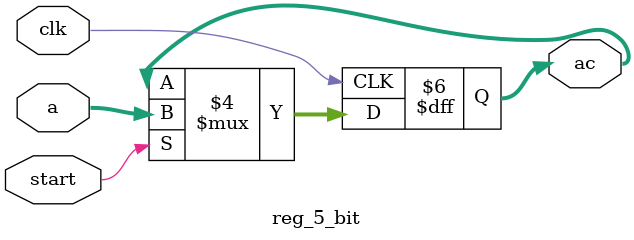
<source format=v>
module reg_5_bit(
  input [4:0]a, 
  input start,
  input clk,
  output reg [4:0]ac
);
initial begin
ac=0;
end
always @(posedge clk) begin 
  if (start) ac = a;
  $display("ac=%b",ac);
end
endmodule



</source>
